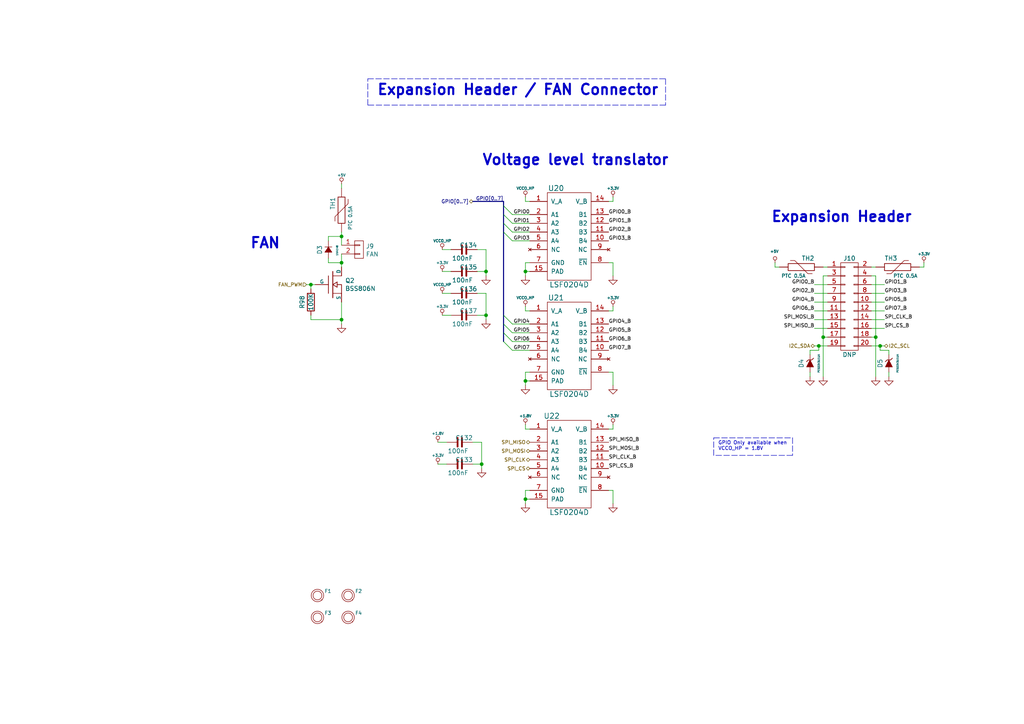
<source format=kicad_sch>
(kicad_sch (version 20231120) (generator "eeschema") (generator_version "8.0")
  (paper "A4")
  (title_block (title "CIAA-ACC Expansion Header (GPIO, SPI, I2C) / FAN Connector") (date "2019-08-28") (rev "V1.4") (company "COMPUTADORA INDUSTRIAL ABIERTA ARGENTINA. CIAA-ACC (HPC)") (comment 1 "Authors: See 'doc/CHANGES.txt' file.      License: See 'doc/LICENCIA_CIAA_ACC.txt' file."))
  (lib_symbols
    (symbol "CIAA_ACC:+1.8V" (power) (pin_names (offset 1.016))
      (property "Value" "+1.8V" (at 0 2.286 0))
      (symbol "+1.8V_0_0"
        (pin power_in line (at 0 0 90) (length 0) hide (name "+1.8V") (number "1"))
      )
      (symbol "+1.8V_0_1"
        (polyline (pts (xy 0 0) (xy 0 0.762) (xy 0 0.762) (xy 0 0.762)))
        (circle (center 0 1.27) (radius 0.508))
      )
    )
    (symbol "CIAA_ACC:+3.3V" (power) (pin_names (offset 1.016))
      (property "Value" "+3.3V" (at 0 2.286 0))
      (symbol "+3.3V_0_0"
        (pin power_in line (at 0 0 90) (length 0) hide (name "+3.3V") (number "1"))
      )
      (symbol "+3.3V_0_1"
        (polyline (pts (xy 0 0) (xy 0 0.762) (xy 0 0.762) (xy 0 0.762)))
        (circle (center 0 1.27) (radius 0.508))
      )
    )
    (symbol "CIAA_ACC:+5V" (power) (pin_names (offset 1.016))
      (property "Value" "+5V" (at 0 2.286 0))
      (symbol "+5V_0_0"
        (pin power_in line (at 0 0 90) (length 0) hide (name "+5V") (number "1"))
      )
      (symbol "+5V_0_1"
        (polyline (pts (xy 0 0) (xy 0 0.762) (xy 0 0.762) (xy 0 0.762)))
        (circle (center 0 1.27) (radius 0.508))
      )
    )
    (symbol "CIAA_ACC:C" (pin_numbers hide) (pin_names (offset 0.254))
      (property "Reference" "C" (at 0.635 2.54 0))
      (property "Value" "C" (at 0.635 -2.54 0))
      (symbol "C_0_1"
        (polyline (pts (xy -1.27 -0.635) (xy 1.27 -0.635)) (stroke (width 0.508)))
        (polyline (pts (xy -1.27 0.635) (xy 1.27 0.635)) (stroke (width 0.508)))
        (polyline (pts (xy 0 -1.016) (xy 0 -0.635)))
        (polyline (pts (xy 0 1.016) (xy 0 0.635)))
      )
      (symbol "C_1_1"
        (pin passive line (at 0 3.81 270) (length 2.794) (name "~") (number "1"))
        (pin passive line (at 0 -3.81 90) (length 2.794) (name "~") (number "2"))
      )
    )
    (symbol "CIAA_ACC:CONN_01X02" (pin_names (offset 1.016) hide)
      (property "Reference" "J" (at 0 3.81 0))
      (property "Value" "CONN_01X02" (at 2.54 0 90))
      (symbol "CONN_01X02_0_1"
        (rectangle (start -1.27 -1.143) (end 0.254 -1.397))
        (rectangle (start -1.27 1.397) (end 0.254 1.143))
        (rectangle (start -1.27 2.54) (end 1.27 -2.54))
      )
      (symbol "CONN_01X02_1_1"
        (pin passive line (at -5.08 1.27 0) (length 3.81) (name "P1") (number "1"))
        (pin passive line (at -5.08 -1.27 0) (length 3.81) (name "P2") (number "2"))
      )
    )
    (symbol "CIAA_ACC:CONN_02X10" (pin_names (offset 0.0254) hide)
      (property "Reference" "J" (at 0 13.97 0))
      (property "Value" "CONN_02X10" (at 0 0 90))
      (symbol "CONN_02X10_0_1"
        (rectangle (start -2.54 -11.303) (end -1.27 -11.557))
        (rectangle (start -2.54 -8.763) (end -1.27 -9.017))
        (rectangle (start -2.54 -6.223) (end -1.27 -6.477))
        (rectangle (start -2.54 -3.683) (end -1.27 -3.937))
        (rectangle (start -2.54 -1.143) (end -1.27 -1.397))
        (rectangle (start -2.54 1.397) (end -1.27 1.143))
        (rectangle (start -2.54 3.937) (end -1.27 3.683))
        (rectangle (start -2.54 6.477) (end -1.27 6.223))
        (rectangle (start -2.54 9.017) (end -1.27 8.763))
        (rectangle (start -2.54 11.557) (end -1.27 11.303))
        (rectangle (start -2.54 12.7) (end 2.54 -12.7))
        (rectangle (start 1.27 -11.303) (end 2.54 -11.557))
        (rectangle (start 1.27 -8.763) (end 2.54 -9.017))
        (rectangle (start 1.27 -6.223) (end 2.54 -6.477))
        (rectangle (start 1.27 -3.683) (end 2.54 -3.937))
        (rectangle (start 1.27 -1.143) (end 2.54 -1.397))
        (rectangle (start 1.27 1.397) (end 2.54 1.143))
        (rectangle (start 1.27 3.937) (end 2.54 3.683))
        (rectangle (start 1.27 6.477) (end 2.54 6.223))
        (rectangle (start 1.27 9.017) (end 2.54 8.763))
        (rectangle (start 1.27 11.557) (end 2.54 11.303))
      )
      (symbol "CONN_02X10_1_1"
        (pin passive line (at -6.35 11.43 0) (length 3.81) (name "P1") (number "1"))
        (pin passive line (at 6.35 1.27 180) (length 3.81) (name "P10") (number "10"))
        (pin passive line (at -6.35 -1.27 0) (length 3.81) (name "P11") (number "11"))
        (pin passive line (at 6.35 -1.27 180) (length 3.81) (name "P12") (number "12"))
        (pin passive line (at -6.35 -3.81 0) (length 3.81) (name "P13") (number "13"))
        (pin passive line (at 6.35 -3.81 180) (length 3.81) (name "P14") (number "14"))
        (pin passive line (at -6.35 -6.35 0) (length 3.81) (name "P15") (number "15"))
        (pin passive line (at 6.35 -6.35 180) (length 3.81) (name "P16") (number "16"))
        (pin passive line (at -6.35 -8.89 0) (length 3.81) (name "P17") (number "17"))
        (pin passive line (at 6.35 -8.89 180) (length 3.81) (name "P18") (number "18"))
        (pin passive line (at -6.35 -11.43 0) (length 3.81) (name "P19") (number "19"))
        (pin passive line (at 6.35 11.43 180) (length 3.81) (name "P2") (number "2"))
        (pin passive line (at 6.35 -11.43 180) (length 3.81) (name "P20") (number "20"))
        (pin passive line (at -6.35 8.89 0) (length 3.81) (name "P3") (number "3"))
        (pin passive line (at 6.35 8.89 180) (length 3.81) (name "P4") (number "4"))
        (pin passive line (at -6.35 6.35 0) (length 3.81) (name "P5") (number "5"))
        (pin passive line (at 6.35 6.35 180) (length 3.81) (name "P6") (number "6"))
        (pin passive line (at -6.35 3.81 0) (length 3.81) (name "P7") (number "7"))
        (pin passive line (at 6.35 3.81 180) (length 3.81) (name "P8") (number "8"))
        (pin passive line (at -6.35 1.27 0) (length 3.81) (name "P9") (number "9"))
      )
    )
    (symbol "CIAA_ACC:D" (pin_numbers hide) (pin_names (offset 0.254) hide)
      (property "Reference" "D" (at -1.27 2.032 0))
      (property "Value" "D" (at 0 -2.54 0))
      (symbol "D_0_1"
        (polyline (pts (xy -0.762 -1.016) (xy -0.762 1.016)))
        (polyline (pts (xy 0.762 -1.016) (xy -0.762 0) (xy 0.762 1.016) (xy 0.762 -1.016)) (fill (type outline)))
      )
      (symbol "D_1_1"
        (pin passive line (at 2.54 0 180) (length 1.778) (name "A") (number "1"))
        (pin passive line (at -2.54 0 0) (length 1.778) (name "K") (number "2"))
      )
    )
    (symbol "CIAA_ACC:FIDUCIAL" (pin_numbers hide) (pin_names (offset 0.762) hide)
      (property "Reference" "F" (at 2.032 1.27 0))
      (symbol "FIDUCIAL_0_1"
        (circle (center 0 0) (radius 1.27))
        (circle (center 0 0) (radius 1.8034))
        (circle (center 1.27 -1.27) (radius 0.0001))
      )
      (symbol "FIDUCIAL_1_1"
        (pin no_connect line (at 0 0 0) (length 0) hide (name "1") (number "1"))
      )
    )
    (symbol "CIAA_ACC:GND" (power) (pin_names (offset 0))
      (property "Value" "GND" (at 0 -3.81 0))
      (symbol "GND_0_1"
        (polyline (pts (xy 0 0) (xy 0 -1.27) (xy 1.27 -1.27) (xy 0 -2.54) (xy -1.27 -1.27) (xy 0 -1.27)))
      )
      (symbol "GND_1_1"
        (pin power_in line (at 0 0 270) (length 0) hide (name "GND") (number "1"))
      )
    )
    (symbol "CIAA_ACC:LSF0204D" (pin_names (offset 1.016))
      (property "Reference" "U" (at -3.81 7.62 0))
      (property "Value" "LSF0204D" (at 0 -20.32 0))
      (symbol "LSF0204D_0_1"
        (rectangle (start -6.35 6.35) (end 6.35 -19.05))
      )
      (symbol "LSF0204D_1_1"
        (pin power_in line (at -11.43 3.81 0) (length 5.08) (name "V_A") (number "1"))
        (pin bidirectional line (at 11.43 -7.62 180) (length 5.08) (name "B4") (number "10"))
        (pin bidirectional line (at 11.43 -5.08 180) (length 5.08) (name "B3") (number "11"))
        (pin bidirectional line (at 11.43 -2.54 180) (length 5.08) (name "B2") (number "12"))
        (pin bidirectional line (at 11.43 0 180) (length 5.08) (name "B1") (number "13"))
        (pin power_in line (at 11.43 3.81 180) (length 5.08) (name "V_B") (number "14"))
        (pin power_in line (at -11.43 -16.51 0) (length 5.08) (name "PAD") (number "15"))
        (pin bidirectional line (at -11.43 0 0) (length 5.08) (name "A1") (number "2"))
        (pin bidirectional line (at -11.43 -2.54 0) (length 5.08) (name "A2") (number "3"))
        (pin bidirectional line (at -11.43 -5.08 0) (length 5.08) (name "A3") (number "4"))
        (pin bidirectional line (at -11.43 -7.62 0) (length 5.08) (name "A4") (number "5"))
        (pin no_connect line (at -11.43 -10.16 0) (length 5.08) (name "NC") (number "6"))
        (pin power_in line (at -11.43 -13.97 0) (length 5.08) (name "GND") (number "7"))
        (pin bidirectional line (at 11.43 -13.97 180) (length 5.08) (name "~{EN}") (number "8"))
        (pin no_connect line (at 11.43 -10.16 180) (length 5.08) (name "NC") (number "9"))
      )
    )
    (symbol "CIAA_ACC:MOSFET_N" (pin_numbers hide) (pin_names (offset 0))
      (property "Reference" "Q" (at 0.254 4.318 0))
      (property "Value" "MOSFET_N" (at 0.254 -3.81 0))
      (symbol "MOSFET_N_0_1"
        (polyline (pts (xy -1.27 -2.54) (xy -1.27 2.54)) (stroke (width 0.2032)))
        (polyline (pts (xy 0 -3.81) (xy 0 3.81)) (stroke (width 0.254)))
        (polyline (pts (xy 2.54 -2.54) (xy 0 -2.54)))
        (polyline (pts (xy 2.54 2.54) (xy 0 2.54)))
        (polyline (pts (xy 2.54 -2.54) (xy 2.54 0) (xy 1.27 0)) (stroke (width 0.2032)))
        (polyline (pts (xy 1.27 0.762) (xy 1.27 -0.762) (xy 0 0) (xy 1.27 0.762) (xy 1.27 0.762)) (stroke (width 0.2032)))
      )
      (symbol "MOSFET_N_1_1"
        (pin passive line (at -5.08 0 0) (length 3.81) (name "G") (number "1"))
        (pin passive line (at 2.54 -5.08 90) (length 2.54) (name "S") (number "2"))
        (pin passive line (at 2.54 5.08 270) (length 2.54) (name "D") (number "3"))
      )
    )
    (symbol "CIAA_ACC:R" (pin_numbers hide) (pin_names (offset 0))
      (property "Reference" "R" (at 2.032 0 90))
      (property "Value" "R" (at 0 0 90))
      (symbol "R_0_1"
        (rectangle (start -1.016 -2.54) (end 1.016 2.54) (stroke (width 0.254)))
      )
      (symbol "R_1_1"
        (pin passive line (at 0 3.81 270) (length 1.27) (name "~") (number "1"))
        (pin passive line (at 0 -3.81 90) (length 1.27) (name "~") (number "2"))
      )
    )
    (symbol "CIAA_ACC:THERMISTOR" (pin_numbers hide) (pin_names (offset 0))
      (property "Reference" "TH" (at 2.54 1.27 90))
      (property "Value" "THERMISTOR" (at -2.54 0 90))
      (symbol "THERMISTOR_0_1"
        (rectangle (start -1.016 3.81) (end 1.016 -3.81) (stroke (width 0.2032)))
        (polyline (pts (xy -1.905 3.175) (xy -1.905 1.905) (xy 1.905 -1.905) (xy 1.905 -3.175) (xy 1.905 -3.175)))
      )
      (symbol "THERMISTOR_1_1"
        (pin passive line (at 0 6.35 270) (length 2.54) (name "~") (number "1"))
        (pin passive line (at 0 -6.35 90) (length 2.54) (name "~") (number "2"))
      )
    )
    (symbol "CIAA_ACC:VCCO_HP" (power) (pin_names (offset 1.016))
      (property "Value" "VCCO_HP" (at 0 2.286 0))
      (symbol "VCCO_HP_0_0"
        (pin power_in line (at 0 0 90) (length 0) hide (name "VCCO_HP") (number "1"))
      )
      (symbol "VCCO_HP_0_1"
        (polyline (pts (xy 0 0) (xy 0 0.762) (xy 0 0.762) (xy 0 0.762)))
        (circle (center 0 1.27) (radius 0.508))
      )
    )
    (symbol "CIAA_ACC:ZENER" (pin_numbers hide) (pin_names (offset 1.016) hide)
      (property "Reference" "D" (at 0 2.54 0))
      (property "Value" "ZENER" (at 0 -2.54 0))
      (symbol "ZENER_0_1"
        (polyline (pts (xy -1.524 1.016) (xy -1.016 0.508) (xy -1.016 -0.508) (xy -0.508 -1.016)) (stroke (width 0.2032)))
        (polyline (pts (xy 1.016 1.016) (xy -1.016 0) (xy 1.016 -1.016) (xy 1.016 1.016)) (fill (type outline)))
      )
      (symbol "ZENER_1_1"
        (pin passive line (at 2.54 0 180) (length 1.524) (name "A") (number "1"))
        (pin passive line (at -2.54 0 0) (length 1.524) (name "K") (number "2"))
      )
    )
  )
  (junction (at 254 97.79))
  (junction (at 139.7 134.62))
  (junction (at 237.49 100.33))
  (junction (at 152.4 78.74))
  (junction (at 99.06 68.58))
  (junction (at 140.97 78.74))
  (junction (at 99.06 92.71))
  (junction (at 152.4 144.78))
  (junction (at 255.27 100.33))
  (junction (at 238.76 97.79))
  (junction (at 99.06 76.2))
  (junction (at 90.17 82.55))
  (junction (at 152.4 110.49))
  (junction (at 140.97 91.44))
  (bus_entry (at 146.05 99.06) (size 2.54 2.54))
  (bus_entry (at 146.05 91.44) (size 2.54 2.54))
  (bus_entry (at 146.05 93.98) (size 2.54 2.54))
  (bus_entry (at 146.05 67.31) (size 2.54 2.54))
  (bus_entry (at 146.05 59.69) (size 2.54 2.54))
  (bus_entry (at 146.05 64.77) (size 2.54 2.54))
  (bus_entry (at 146.05 62.23) (size 2.54 2.54))
  (bus_entry (at 146.05 96.52) (size 2.54 2.54))
  (polyline (pts (xy 106.68 30.48) (xy 106.68 22.86)) (stroke (width 0) (type dash)))
  (bus (pts (xy 146.05 59.69) (xy 146.05 62.23)))
  (wire (pts (xy 176.53 124.46) (xy 177.8 124.46)))
  (wire (pts (xy 152.4 142.24) (xy 153.67 142.24)))
  (wire (pts (xy 177.8 124.46) (xy 177.8 123.19)))
  (wire (pts (xy 177.8 111.76) (xy 177.8 107.95)))
  (wire (pts (xy 137.16 134.62) (xy 139.7 134.62)))
  (polyline (pts (xy 193.04 22.86) (xy 193.04 30.48)) (stroke (width 0) (type dash)))
  (wire (pts (xy 267.97 76.2) (xy 267.97 77.47)))
  (wire (pts (xy 238.76 97.79) (xy 238.76 109.22)))
  (wire (pts (xy 255.27 100.33) (xy 256.54 100.33)))
  (wire (pts (xy 129.54 134.62) (xy 127 134.62)))
  (bus (pts (xy 146.05 91.44) (xy 146.05 93.98)))
  (wire (pts (xy 152.4 57.15) (xy 152.4 58.42)))
  (wire (pts (xy 234.95 109.22) (xy 234.95 107.95)))
  (wire (pts (xy 153.67 110.49) (xy 152.4 110.49)))
  (wire (pts (xy 238.76 80.01) (xy 238.76 97.79)))
  (wire (pts (xy 237.49 100.33) (xy 240.03 100.33)))
  (polyline (pts (xy 207.01 127) (xy 229.87 127)) (stroke (width 0) (type dash)))
  (bus (pts (xy 146.05 62.23) (xy 146.05 64.77)))
  (wire (pts (xy 95.25 68.58) (xy 95.25 69.85)))
  (bus (pts (xy 146.05 67.31) (xy 146.05 91.44)))
  (wire (pts (xy 140.97 78.74) (xy 140.97 80.01)))
  (wire (pts (xy 138.43 91.44) (xy 140.97 91.44)))
  (wire (pts (xy 88.9 82.55) (xy 90.17 82.55)))
  (wire (pts (xy 153.67 144.78) (xy 152.4 144.78)))
  (wire (pts (xy 139.7 134.62) (xy 139.7 135.89)))
  (wire (pts (xy 252.73 97.79) (xy 254 97.79)))
  (bus (pts (xy 146.05 93.98) (xy 146.05 96.52)))
  (wire (pts (xy 99.06 53.34) (xy 99.06 54.61)))
  (wire (pts (xy 99.06 67.31) (xy 99.06 68.58)))
  (wire (pts (xy 255.27 101.6) (xy 255.27 100.33)))
  (wire (pts (xy 254 80.01) (xy 252.73 80.01)))
  (wire (pts (xy 130.81 85.09) (xy 128.27 85.09)))
  (wire (pts (xy 252.73 87.63) (xy 256.54 87.63)))
  (wire (pts (xy 240.03 77.47) (xy 238.76 77.47)))
  (wire (pts (xy 252.73 95.25) (xy 256.54 95.25)))
  (wire (pts (xy 129.54 128.27) (xy 127 128.27)))
  (wire (pts (xy 153.67 96.52) (xy 148.59 96.52)))
  (wire (pts (xy 153.67 62.23) (xy 148.59 62.23)))
  (wire (pts (xy 152.4 58.42) (xy 153.67 58.42)))
  (bus (pts (xy 146.05 96.52) (xy 146.05 99.06)))
  (wire (pts (xy 152.4 88.9) (xy 152.4 90.17)))
  (wire (pts (xy 153.67 93.98) (xy 148.59 93.98)))
  (wire (pts (xy 130.81 91.44) (xy 128.27 91.44)))
  (wire (pts (xy 176.53 58.42) (xy 177.8 58.42)))
  (wire (pts (xy 152.4 90.17) (xy 153.67 90.17)))
  (wire (pts (xy 177.8 107.95) (xy 176.53 107.95)))
  (wire (pts (xy 234.95 101.6) (xy 237.49 101.6)))
  (wire (pts (xy 252.73 92.71) (xy 256.54 92.71)))
  (wire (pts (xy 152.4 110.49) (xy 152.4 111.76)))
  (wire (pts (xy 130.81 78.74) (xy 128.27 78.74)))
  (polyline (pts (xy 207.01 132.08) (xy 207.01 127)) (stroke (width 0) (type dash)))
  (wire (pts (xy 153.67 124.46) (xy 152.4 124.46)))
  (wire (pts (xy 267.97 77.47) (xy 266.7 77.47)))
  (wire (pts (xy 254 77.47) (xy 252.73 77.47)))
  (wire (pts (xy 254 97.79) (xy 254 109.22)))
  (wire (pts (xy 240.03 97.79) (xy 238.76 97.79)))
  (wire (pts (xy 240.03 80.01) (xy 238.76 80.01)))
  (wire (pts (xy 152.4 76.2) (xy 152.4 78.74)))
  (wire (pts (xy 138.43 72.39) (xy 140.97 72.39)))
  (wire (pts (xy 236.22 95.25) (xy 240.03 95.25)))
  (wire (pts (xy 153.67 99.06) (xy 148.59 99.06)))
  (wire (pts (xy 177.8 76.2) (xy 177.8 80.01)))
  (wire (pts (xy 90.17 91.44) (xy 90.17 92.71)))
  (wire (pts (xy 140.97 85.09) (xy 140.97 91.44)))
  (wire (pts (xy 90.17 92.71) (xy 99.06 92.71)))
  (wire (pts (xy 177.8 142.24) (xy 176.53 142.24)))
  (wire (pts (xy 177.8 58.42) (xy 177.8 57.15)))
  (wire (pts (xy 99.06 87.63) (xy 99.06 92.71)))
  (wire (pts (xy 176.53 90.17) (xy 177.8 90.17)))
  (wire (pts (xy 152.4 107.95) (xy 153.67 107.95)))
  (wire (pts (xy 257.81 109.22) (xy 257.81 107.95)))
  (wire (pts (xy 90.17 83.82) (xy 90.17 82.55)))
  (wire (pts (xy 95.25 74.93) (xy 95.25 76.2)))
  (wire (pts (xy 257.81 101.6) (xy 255.27 101.6)))
  (wire (pts (xy 138.43 78.74) (xy 140.97 78.74)))
  (wire (pts (xy 137.16 128.27) (xy 139.7 128.27)))
  (bus (pts (xy 146.05 64.77) (xy 146.05 67.31)))
  (wire (pts (xy 99.06 92.71) (xy 99.06 93.98)))
  (wire (pts (xy 152.4 78.74) (xy 152.4 80.01)))
  (wire (pts (xy 252.73 100.33) (xy 255.27 100.33)))
  (wire (pts (xy 224.79 77.47) (xy 226.06 77.47)))
  (wire (pts (xy 95.25 76.2) (xy 99.06 76.2)))
  (wire (pts (xy 90.17 82.55) (xy 91.44 82.55)))
  (wire (pts (xy 153.67 69.85) (xy 148.59 69.85)))
  (wire (pts (xy 99.06 76.2) (xy 99.06 77.47)))
  (polyline (pts (xy 229.87 132.08) (xy 207.01 132.08)) (stroke (width 0) (type dash)))
  (polyline (pts (xy 193.04 30.48) (xy 106.68 30.48)) (stroke (width 0) (type dash)))
  (wire (pts (xy 236.22 90.17) (xy 240.03 90.17)))
  (wire (pts (xy 153.67 101.6) (xy 148.59 101.6)))
  (wire (pts (xy 153.67 78.74) (xy 152.4 78.74)))
  (wire (pts (xy 236.22 85.09) (xy 240.03 85.09)))
  (wire (pts (xy 152.4 144.78) (xy 152.4 146.05)))
  (wire (pts (xy 99.06 73.66) (xy 99.06 76.2)))
  (wire (pts (xy 252.73 82.55) (xy 256.54 82.55)))
  (wire (pts (xy 153.67 76.2) (xy 152.4 76.2)))
  (wire (pts (xy 236.22 100.33) (xy 237.49 100.33)))
  (wire (pts (xy 140.97 72.39) (xy 140.97 78.74)))
  (wire (pts (xy 257.81 102.87) (xy 257.81 101.6)))
  (wire (pts (xy 224.79 76.2) (xy 224.79 77.47)))
  (wire (pts (xy 152.4 107.95) (xy 152.4 110.49)))
  (polyline (pts (xy 106.68 22.86) (xy 193.04 22.86)) (stroke (width 0) (type dash)))
  (wire (pts (xy 130.81 72.39) (xy 128.27 72.39)))
  (wire (pts (xy 176.53 76.2) (xy 177.8 76.2)))
  (wire (pts (xy 252.73 85.09) (xy 256.54 85.09)))
  (wire (pts (xy 99.06 68.58) (xy 99.06 71.12)))
  (wire (pts (xy 177.8 146.05) (xy 177.8 142.24)))
  (wire (pts (xy 237.49 101.6) (xy 237.49 100.33)))
  (bus (pts (xy 146.05 58.42) (xy 146.05 59.69)))
  (wire (pts (xy 252.73 90.17) (xy 256.54 90.17)))
  (wire (pts (xy 152.4 124.46) (xy 152.4 123.19)))
  (wire (pts (xy 236.22 87.63) (xy 240.03 87.63)))
  (wire (pts (xy 234.95 102.87) (xy 234.95 101.6)))
  (polyline (pts (xy 229.87 127) (xy 229.87 132.08)) (stroke (width 0) (type dash)))
  (wire (pts (xy 236.22 92.71) (xy 240.03 92.71)))
  (wire (pts (xy 140.97 91.44) (xy 140.97 92.71)))
  (wire (pts (xy 138.43 85.09) (xy 140.97 85.09)))
  (wire (pts (xy 153.67 67.31) (xy 148.59 67.31)))
  (wire (pts (xy 139.7 128.27) (xy 139.7 134.62)))
  (wire (pts (xy 153.67 64.77) (xy 148.59 64.77)))
  (wire (pts (xy 99.06 68.58) (xy 95.25 68.58)))
  (wire (pts (xy 152.4 142.24) (xy 152.4 144.78)))
  (bus (pts (xy 146.05 58.42) (xy 137.16 58.42)))
  (wire (pts (xy 177.8 90.17) (xy 177.8 88.9)))
  (wire (pts (xy 236.22 82.55) (xy 240.03 82.55)))
  (wire (pts (xy 254 80.01) (xy 254 97.79)))
  (text "Expansion Header / FAN Connector" (at 109.22 27.94 0) (effects (font (size 2.9972 2.9972) (thickness 0.5994) (bold yes)) (justify left bottom)))
  (text "GPIO Only available when\nVCCO_HP = 1.8V" (at 208.28 130.81 0) (effects (font (size 1.016 1.016)) (justify left bottom)))
  (text "FAN" (at 72.39 72.39 0) (effects (font (size 2.9972 2.9972) (thickness 0.5994) (bold yes)) (justify left bottom)))
  (text "Voltage level translator" (at 139.7 48.26 0) (effects (font (size 2.9972 2.9972) (thickness 0.5994) (bold yes)) (justify left bottom)))
  (text "Expansion Header" (at 223.52 64.77 0) (effects (font (size 2.9972 2.9972) (thickness 0.5994) (bold yes)) (justify left bottom)))
  (label "SPI_CLK_B" (at 256.54 92.71 0) (effects (font (size 1.016 1.016))))
  (label "GPIO6" (at 153.67 99.06 180) (effects (font (size 1.016 1.016))))
  (label "GPIO3_B" (at 176.53 69.85 0) (effects (font (size 1.016 1.016))))
  (label "SPI_MOSI_B" (at 236.22 92.71 180) (effects (font (size 1.016 1.016))))
  (label "GPIO5" (at 153.67 96.52 180) (effects (font (size 1.016 1.016))))
  (label "GPIO0_B" (at 236.22 82.55 180) (effects (font (size 1.016 1.016))))
  (label "GPIO4_B" (at 236.22 87.63 180) (effects (font (size 1.016 1.016))))
  (label "GPIO0_B" (at 176.53 62.23 0) (effects (font (size 1.016 1.016))))
  (label "GPIO2" (at 153.67 67.31 180) (effects (font (size 1.016 1.016))))
  (label "GPIO7" (at 153.67 101.6 180) (effects (font (size 1.016 1.016))))
  (label "GPIO6_B" (at 236.22 90.17 180) (effects (font (size 1.016 1.016))))
  (label "SPI_MOSI_B" (at 176.53 130.81 0) (effects (font (size 1.016 1.016))))
  (label "GPIO4_B" (at 176.53 93.98 0) (effects (font (size 1.016 1.016))))
  (label "SPI_MISO_B" (at 176.53 128.27 0) (effects (font (size 1.016 1.016))))
  (label "GPIO6_B" (at 176.53 99.06 0) (effects (font (size 1.016 1.016))))
  (label "GPIO2_B" (at 236.22 85.09 180) (effects (font (size 1.016 1.016))))
  (label "SPI_CS_B" (at 176.53 135.89 0) (effects (font (size 1.016 1.016))))
  (label "GPIO3_B" (at 256.54 85.09 0) (effects (font (size 1.016 1.016))))
  (label "GPIO7_B" (at 256.54 90.17 0) (effects (font (size 1.016 1.016))))
  (label "GPIO4" (at 153.67 93.98 180) (effects (font (size 1.016 1.016))))
  (label "GPIO1_B" (at 256.54 82.55 0) (effects (font (size 1.016 1.016))))
  (label "GPIO1" (at 153.67 64.77 180) (effects (font (size 1.016 1.016))))
  (label "SPI_CLK_B" (at 176.53 133.35 0) (effects (font (size 1.016 1.016))))
  (label "GPIO7_B" (at 176.53 101.6 0) (effects (font (size 1.016 1.016))))
  (label "GPIO3" (at 153.67 69.85 180) (effects (font (size 1.016 1.016))))
  (label "SPI_CS_B" (at 256.54 95.25 0) (effects (font (size 1.016 1.016))))
  (label "GPIO1_B" (at 176.53 64.77 0) (effects (font (size 1.016 1.016))))
  (label "GPIO5_B" (at 176.53 96.52 0) (effects (font (size 1.016 1.016))))
  (label "GPIO2_B" (at 176.53 67.31 0) (effects (font (size 1.016 1.016))))
  (label "SPI_MISO_B" (at 236.22 95.25 180) (effects (font (size 1.016 1.016))))
  (label "GPIO[0..7]" (at 146.05 58.42 180) (effects (font (size 1.016 1.016))))
  (label "GPIO5_B" (at 256.54 87.63 0) (effects (font (size 1.016 1.016))))
  (label "GPIO0" (at 153.67 62.23 180) (effects (font (size 1.016 1.016))))
  (hierarchical_label "FAN_PWM" (shape input) (at 88.9 82.55 180) (effects (font (size 1.016 1.016))))
  (hierarchical_label "I2C_SCL" (shape bidirectional) (at 256.54 100.33 0) (effects (font (size 1.016 1.016))))
  (hierarchical_label "SPI_CLK" (shape bidirectional) (at 153.67 133.35 180) (effects (font (size 1.016 1.016))))
  (hierarchical_label "GPIO[0..7]" (shape bidirectional) (at 137.16 58.42 180) (effects (font (size 1.016 1.016))))
  (hierarchical_label "SPI_MOSI" (shape bidirectional) (at 153.67 130.81 180) (effects (font (size 1.016 1.016))))
  (hierarchical_label "SPI_MISO" (shape bidirectional) (at 153.67 128.27 180) (effects (font (size 1.016 1.016))))
  (hierarchical_label "I2C_SDA" (shape bidirectional) (at 236.22 100.33 180) (effects (font (size 1.016 1.016))))
  (hierarchical_label "SPI_CS" (shape bidirectional) (at 153.67 135.89 180) (effects (font (size 1.016 1.016))))
  (symbol (lib_id "CIAA_ACC:LSF0204D") (at 165.1 128.27 0) (unit 1)
    (property "Reference" "U22" (at 160.02 120.65 0) (effects (font (size 1.524 1.524))))
    (property "Value" "LSF0204D" (at 165.1 148.59 0) (effects (font (size 1.524 1.524))))
    (property "Footprint" "dfn-qfn:LSF0204D" (effects (hide yes)))
    (property "Description" "IC LEVEL TRANSLATOR 4BIT 14VQFN" (effects (hide yes)))
    (property "Manf" "Texas Instruments" (effects (hide yes)))
    (property "Manf#" "LSF0204DRGYR" (effects (hide yes)))
    (property "Digikey#" "296-40401-1-ND" (effects (hide yes)))
  )
  (symbol (lib_id "CIAA_ACC:THERMISTOR") (at 232.41 77.47 90) (mirror x) (unit 1)
    (property "Reference" "TH2" (at 236.22 74.93 90) (effects (justify left)))
    (property "Value" "PTC 0.5A" (at 233.68 80.01 90) (effects (font (size 1.016 1.016)) (justify left)))
    (property "Footprint" "misc:ptc_1210" (effects (hide yes)))
    (property "Description" "PTC RESTTBLE 0.50A 16V CHIP 1210" (effects (hide yes)))
    (property "Manf" "Bel Fuse" (effects (hide yes)))
    (property "Manf#" "0ZCH0050FF2G" (effects (hide yes)))
    (property "Digikey#" "507-1786-1-ND" (effects (hide yes)))
  )
  (symbol (lib_id "CIAA_ACC:ZENER") (at 234.95 105.41 270) (unit 1)
    (property "Reference" "D4" (at 232.41 105.41 0))
    (property "Value" "PESD3V3U1UA" (at 237.49 105.41 0) (effects (font (size 0.508 0.508))))
    (property "Footprint" "to-sod-sot:SOD-323" (effects (hide yes)))
    (property "Description" "TVS DIODE 3.3VWM SOD323" (effects (hide yes)))
    (property "Manf" "NXP" (effects (hide yes)))
    (property "Manf#" "PESD3V3U1UA,115" (effects (hide yes)))
    (property "Digikey#" "568-4667-1-ND" (effects (hide yes)))
  )
  (symbol (lib_id "CIAA_ACC:ZENER") (at 257.81 105.41 270) (unit 1)
    (property "Reference" "D5" (at 255.27 105.41 0))
    (property "Value" "PESD3V3U1UA" (at 260.35 105.41 0) (effects (font (size 0.508 0.508))))
    (property "Footprint" "to-sod-sot:SOD-323" (effects (hide yes)))
    (property "Description" "TVS DIODE 3.3VWM SOD323" (effects (hide yes)))
    (property "Manf" "NXP" (effects (hide yes)))
    (property "Manf#" "PESD3V3U1UA,115" (effects (hide yes)))
    (property "Digikey#" "568-4667-1-ND" (effects (hide yes)))
  )
  (symbol (lib_id "CIAA_ACC:GND") (at 257.81 109.22 0) (unit 1)
    (property "Reference" "#PWR0261" (effects (hide yes)))
    (property "Value" "GND" (effects (hide yes)))
  )
  (symbol (lib_id "CIAA_ACC:GND") (at 234.95 109.22 0) (unit 1)
    (property "Reference" "#PWR0262" (effects (hide yes)))
    (property "Value" "GND" (effects (hide yes)))
  )
  (symbol (lib_id "CIAA_ACC:LSF0204D") (at 165.1 62.23 0) (unit 1)
    (property "Reference" "U20" (at 161.29 54.61 0) (effects (font (size 1.524 1.524))))
    (property "Value" "LSF0204D" (at 165.1 82.55 0) (effects (font (size 1.524 1.524))))
    (property "Footprint" "dfn-qfn:LSF0204D" (effects (hide yes)))
    (property "Description" "IC LEVEL TRANSLATOR 4BIT 14VQFN" (effects (hide yes)))
    (property "Manf" "Texas Instruments" (effects (hide yes)))
    (property "Manf#" "LSF0204DRGYR" (effects (hide yes)))
    (property "Digikey#" "296-40401-1-ND" (effects (hide yes)))
  )
  (symbol (lib_id "CIAA_ACC:LSF0204D") (at 165.1 93.98 0) (unit 1)
    (property "Reference" "U21" (at 161.29 86.36 0) (effects (font (size 1.524 1.524))))
    (property "Value" "LSF0204D" (at 165.1 114.3 0) (effects (font (size 1.524 1.524))))
    (property "Footprint" "dfn-qfn:LSF0204D" (effects (hide yes)))
    (property "Description" "IC LEVEL TRANSLATOR 4BIT 14VQFN" (effects (hide yes)))
    (property "Manf" "Texas Instruments" (effects (hide yes)))
    (property "Manf#" "LSF0204DRGYR" (effects (hide yes)))
    (property "Digikey#" "296-40401-1-ND" (effects (hide yes)))
  )
  (symbol (lib_id "CIAA_ACC:GND") (at 152.4 80.01 0) (unit 1)
    (property "Reference" "#PWR0247" (effects (hide yes)))
    (property "Value" "GND" (effects (hide yes)))
  )
  (symbol (lib_id "CIAA_ACC:GND") (at 177.8 80.01 0) (unit 1)
    (property "Reference" "#PWR0248" (effects (hide yes)))
    (property "Value" "GND" (effects (hide yes)))
  )
  (symbol (lib_id "CIAA_ACC:GND") (at 152.4 111.76 0) (unit 1)
    (property "Reference" "#PWR0249" (effects (hide yes)))
    (property "Value" "GND" (effects (hide yes)))
  )
  (symbol (lib_id "CIAA_ACC:GND") (at 177.8 111.76 0) (unit 1)
    (property "Reference" "#PWR0250" (effects (hide yes)))
    (property "Value" "GND" (effects (hide yes)))
  )
  (symbol (lib_id "CIAA_ACC:+3.3V") (at 177.8 57.15 0) (unit 1)
    (property "Reference" "#PWR0251" (effects (hide yes)))
    (property "Value" "+3.3V" (at 177.8 54.61 0) (effects (font (size 0.762 0.762))))
  )
  (symbol (lib_id "CIAA_ACC:+3.3V") (at 177.8 88.9 0) (unit 1)
    (property "Reference" "#PWR0252" (effects (hide yes)))
    (property "Value" "+3.3V" (at 177.8 86.36 0) (effects (font (size 0.762 0.762))))
  )
  (symbol (lib_id "CIAA_ACC:+3.3V") (at 128.27 78.74 0) (unit 1)
    (property "Reference" "#PWR0253" (effects (hide yes)))
    (property "Value" "+3.3V" (at 128.27 76.2 0) (effects (font (size 0.762 0.762))))
  )
  (symbol (lib_id "CIAA_ACC:GND") (at 140.97 80.01 0) (unit 1)
    (property "Reference" "#PWR0254" (effects (hide yes)))
    (property "Value" "GND" (effects (hide yes)))
  )
  (symbol (lib_id "CIAA_ACC:C") (at 134.62 72.39 90) (unit 1)
    (property "Reference" "C134" (at 138.43 71.12 90) (effects (justify left)))
    (property "Value" "100nF" (at 137.16 74.93 90) (effects (justify left)))
    (property "Footprint" "chip_rlc:c_0201" (effects (hide yes)))
    (property "Description" "CAP CER 0.1UF 10V X5R 0201" (effects (hide yes)))
    (property "Manf" "Murata" (effects (hide yes)))
    (property "Manf#" "GRM033R61A104ME15D" (effects (hide yes)))
    (property "Digikey#" "490-5405-1-ND" (effects (hide yes)))
  )
  (symbol (lib_id "CIAA_ACC:C") (at 134.62 78.74 90) (unit 1)
    (property "Reference" "C135" (at 138.43 77.47 90) (effects (justify left)))
    (property "Value" "100nF" (at 137.16 81.28 90) (effects (justify left)))
    (property "Footprint" "chip_rlc:c_0201" (effects (hide yes)))
    (property "Description" "CAP CER 0.1UF 10V X5R 0201" (effects (hide yes)))
    (property "Manf" "Murata" (effects (hide yes)))
    (property "Manf#" "GRM033R61A104ME15D" (effects (hide yes)))
    (property "Digikey#" "490-5405-1-ND" (effects (hide yes)))
  )
  (symbol (lib_id "CIAA_ACC:+3.3V") (at 128.27 91.44 0) (unit 1)
    (property "Reference" "#PWR0255" (effects (hide yes)))
    (property "Value" "+3.3V" (at 128.27 88.9 0) (effects (font (size 0.762 0.762))))
  )
  (symbol (lib_id "CIAA_ACC:GND") (at 140.97 92.71 0) (unit 1)
    (property "Reference" "#PWR0256" (effects (hide yes)))
    (property "Value" "GND" (effects (hide yes)))
  )
  (symbol (lib_id "CIAA_ACC:C") (at 134.62 85.09 90) (unit 1)
    (property "Reference" "C136" (at 138.43 83.82 90) (effects (justify left)))
    (property "Value" "100nF" (at 137.16 87.63 90) (effects (justify left)))
    (property "Footprint" "chip_rlc:c_0201" (effects (hide yes)))
    (property "Description" "CAP CER 0.1UF 10V X5R 0201" (effects (hide yes)))
    (property "Manf" "Murata" (effects (hide yes)))
    (property "Manf#" "GRM033R61A104ME15D" (effects (hide yes)))
    (property "Digikey#" "490-5405-1-ND" (effects (hide yes)))
  )
  (symbol (lib_id "CIAA_ACC:C") (at 134.62 91.44 90) (unit 1)
    (property "Reference" "C137" (at 138.43 90.17 90) (effects (justify left)))
    (property "Value" "100nF" (at 137.16 93.98 90) (effects (justify left)))
    (property "Footprint" "chip_rlc:c_0201" (effects (hide yes)))
    (property "Description" "CAP CER 0.1UF 10V X5R 0201" (effects (hide yes)))
    (property "Manf" "Murata" (effects (hide yes)))
    (property "Manf#" "GRM033R61A104ME15D" (effects (hide yes)))
    (property "Digikey#" "490-5405-1-ND" (effects (hide yes)))
  )
  (symbol (lib_id "CIAA_ACC:CONN_02X10") (at 246.38 88.9 0) (unit 1)
    (property "Reference" "J10" (at 246.38 74.93 0))
    (property "Value" "DNP" (at 246.38 102.87 0))
    (property "Footprint" "conn:Pin_Header_Straight_2x10_SMD" (effects (hide yes)))
    (property "Description" "20 Positions Header, Unshrouded, Breakaway Connector 0.100\" (2.54mm) Surface Mount Gold" (effects (hide yes)))
    (property "Manf" "Harwin" (effects (hide yes)))
    (property "Manf#" "M20-8761042" (effects (hide yes)))
    (property "Digikey#" "952-2550-ND" (effects (hide yes)))
  )
  (symbol (lib_id "CIAA_ACC:+5V") (at 224.79 76.2 0) (unit 1)
    (property "Reference" "#PWR0257" (effects (hide yes)))
    (property "Value" "+5V" (at 224.6122 72.9234 0) (effects (font (size 0.762 0.762))))
  )
  (symbol (lib_id "CIAA_ACC:+3.3V") (at 267.97 76.2 0) (unit 1)
    (property "Reference" "#PWR0258" (effects (hide yes)))
    (property "Value" "+3.3V" (at 267.97 73.66 0) (effects (font (size 0.762 0.762))))
  )
  (symbol (lib_id "CIAA_ACC:THERMISTOR") (at 260.35 77.47 270) (unit 1)
    (property "Reference" "TH3" (at 256.54 74.93 90) (effects (justify left)))
    (property "Value" "PTC 0.5A" (at 259.08 80.01 90) (effects (font (size 1.016 1.016)) (justify left)))
    (property "Footprint" "misc:ptc_1210" (effects (hide yes)))
    (property "Description" "PTC RESTTBLE 0.50A 16V CHIP 1210" (effects (hide yes)))
    (property "Manf" "Bel Fuse" (effects (hide yes)))
    (property "Manf#" "0ZCH0050FF2G" (effects (hide yes)))
    (property "Digikey#" "507-1786-1-ND" (effects (hide yes)))
  )
  (symbol (lib_id "CIAA_ACC:GND") (at 238.76 109.22 0) (unit 1)
    (property "Reference" "#PWR0259" (effects (hide yes)))
    (property "Value" "GND" (effects (hide yes)))
  )
  (symbol (lib_id "CIAA_ACC:GND") (at 254 109.22 0) (unit 1)
    (property "Reference" "#PWR0260" (effects (hide yes)))
    (property "Value" "GND" (effects (hide yes)))
  )
  (symbol (lib_id "CIAA_ACC:+3.3V") (at 127 134.62 0) (unit 1)
    (property "Reference" "#PWR0263" (effects (hide yes)))
    (property "Value" "+3.3V" (at 127 132.08 0) (effects (font (size 0.762 0.762))))
  )
  (symbol (lib_id "CIAA_ACC:GND") (at 139.7 135.89 0) (unit 1)
    (property "Reference" "#PWR0264" (effects (hide yes)))
    (property "Value" "GND" (effects (hide yes)))
  )
  (symbol (lib_id "CIAA_ACC:C") (at 133.35 128.27 90) (unit 1)
    (property "Reference" "C132" (at 137.16 127 90) (effects (justify left)))
    (property "Value" "100nF" (at 135.89 130.81 90) (effects (justify left)))
    (property "Footprint" "chip_rlc:c_0201" (effects (hide yes)))
    (property "Description" "CAP CER 0.1UF 10V X5R 0201" (effects (hide yes)))
    (property "Manf" "Murata" (effects (hide yes)))
    (property "Manf#" "GRM033R61A104ME15D" (effects (hide yes)))
    (property "Digikey#" "490-5405-1-ND" (effects (hide yes)))
  )
  (symbol (lib_id "CIAA_ACC:C") (at 133.35 134.62 90) (unit 1)
    (property "Reference" "C133" (at 137.16 133.35 90) (effects (justify left)))
    (property "Value" "100nF" (at 135.89 137.16 90) (effects (justify left)))
    (property "Footprint" "chip_rlc:c_0201" (effects (hide yes)))
    (property "Description" "CAP CER 0.1UF 10V X5R 0201" (effects (hide yes)))
    (property "Manf" "Murata" (effects (hide yes)))
    (property "Manf#" "GRM033R61A104ME15D" (effects (hide yes)))
    (property "Digikey#" "490-5405-1-ND" (effects (hide yes)))
  )
  (symbol (lib_id "CIAA_ACC:+3.3V") (at 177.8 123.19 0) (unit 1)
    (property "Reference" "#PWR0265" (effects (hide yes)))
    (property "Value" "+3.3V" (at 177.8 120.65 0) (effects (font (size 0.762 0.762))))
  )
  (symbol (lib_id "CIAA_ACC:GND") (at 152.4 146.05 0) (unit 1)
    (property "Reference" "#PWR0266" (effects (hide yes)))
    (property "Value" "GND" (effects (hide yes)))
  )
  (symbol (lib_id "CIAA_ACC:GND") (at 177.8 146.05 0) (unit 1)
    (property "Reference" "#PWR0267" (effects (hide yes)))
    (property "Value" "GND" (effects (hide yes)))
  )
  (symbol (lib_id "CIAA_ACC:CONN_01X02") (at 104.14 72.39 0) (unit 1)
    (property "Reference" "J9" (at 106.0958 71.4248 0) (effects (justify left)))
    (property "Value" "FAN" (at 106.0958 73.7362 0) (effects (justify left)))
    (property "Footprint" "conn:B2B-PH-SM4-TB" (effects (hide yes)))
    (property "Description" "2 Positions Header, Shrouded Connector 0.079\" (2.00mm) Surface Mount Tin" (effects (hide yes)))
    (property "Manf" "JST" (effects (hide yes)))
    (property "Manf#" "B2B-PH-SM4-TB(LF)(SN)" (effects (hide yes)))
    (property "Digikey#" "455-1734-1-ND" (effects (hide yes)))
  )
  (symbol (lib_id "CIAA_ACC:MOSFET_N") (at 96.52 82.55 0) (unit 1)
    (property "Reference" "Q2" (at 100.1014 81.3816 0) (effects (justify left)))
    (property "Value" "BSS806N" (at 100.1014 83.693 0) (effects (justify left)))
    (property "Footprint" "to-sod-sot:SOT-23" (effects (hide yes)))
    (property "Description" "MOSFET N-CH 20V 2.3A SOT23" (effects (hide yes)))
    (property "Manf" "Infineon" (effects (hide yes)))
    (property "Manf#" "BSS806N H6327" (effects (hide yes)))
    (property "Digikey#" "BSS806N H6327CT-ND" (effects (hide yes)))
  )
  (symbol (lib_id "CIAA_ACC:R") (at 90.17 87.63 0) (unit 1)
    (property "Reference" "R98" (at 87.63 87.63 90))
    (property "Value" "100K" (at 90.17 87.63 90))
    (property "Footprint" "chip_rlc:r_0402" (effects (hide yes)))
    (property "Description" "RES SMD 100K OHM 5% 1/16W 0402" (effects (hide yes)))
    (property "Manf" "Yageo" (effects (hide yes)))
    (property "Manf#" "RC0402JR-07100KL" (effects (hide yes)))
    (property "Digikey#" "311-100KJRCT-ND" (effects (hide yes)))
  )
  (symbol (lib_id "CIAA_ACC:GND") (at 99.06 93.98 0) (unit 1)
    (property "Reference" "#PWR0268" (effects (hide yes)))
    (property "Value" "GND" (effects (hide yes)))
  )
  (symbol (lib_id "CIAA_ACC:+5V") (at 99.06 53.34 0) (unit 1)
    (property "Reference" "#PWR0269" (effects (hide yes)))
    (property "Value" "+5V" (at 99.06 50.8 0) (effects (font (size 0.762 0.762))))
  )
  (symbol (lib_id "CIAA_ACC:THERMISTOR") (at 99.06 60.96 0) (mirror x) (unit 1)
    (property "Reference" "TH1" (at 96.52 57.15 90) (effects (justify left)))
    (property "Value" "PTC 0.5A" (at 101.6 59.69 90) (effects (font (size 1.016 1.016)) (justify left)))
    (property "Footprint" "misc:ptc_1210" (effects (hide yes)))
    (property "Description" "PTC RESTTBLE 0.50A 16V CHIP 1210" (effects (hide yes)))
    (property "Manf" "Bel Fuse" (effects (hide yes)))
    (property "Manf#" "0ZCH0050FF2G" (effects (hide yes)))
    (property "Digikey#" "507-1786-1-ND" (effects (hide yes)))
  )
  (symbol (lib_id "CIAA_ACC:+1.8V") (at 152.4 123.19 0) (unit 1)
    (property "Reference" "#PWR0270" (effects (hide yes)))
    (property "Value" "+1.8V" (at 152.4 120.65 0) (effects (font (size 0.762 0.762))))
  )
  (symbol (lib_id "CIAA_ACC:VCCO_HP") (at 152.4 57.15 0) (unit 1)
    (property "Reference" "#PWR0271" (effects (hide yes)))
    (property "Value" "VCCO_HP" (at 152.4 54.61 0) (effects (font (size 0.762 0.762))))
  )
  (symbol (lib_id "CIAA_ACC:VCCO_HP") (at 152.4 88.9 0) (unit 1)
    (property "Reference" "#PWR0272" (effects (hide yes)))
    (property "Value" "VCCO_HP" (at 152.4 86.36 0) (effects (font (size 0.762 0.762))))
  )
  (symbol (lib_id "CIAA_ACC:+1.8V") (at 127 128.27 0) (unit 1)
    (property "Reference" "#PWR0273" (effects (hide yes)))
    (property "Value" "+1.8V" (at 127 125.73 0) (effects (font (size 0.762 0.762))))
  )
  (symbol (lib_id "CIAA_ACC:VCCO_HP") (at 128.27 72.39 0) (unit 1)
    (property "Reference" "#PWR0274" (effects (hide yes)))
    (property "Value" "VCCO_HP" (at 128.27 69.85 0) (effects (font (size 0.762 0.762))))
  )
  (symbol (lib_id "CIAA_ACC:VCCO_HP") (at 128.27 85.09 0) (unit 1)
    (property "Reference" "#PWR0275" (effects (hide yes)))
    (property "Value" "VCCO_HP" (at 128.27 82.55 0) (effects (font (size 0.762 0.762))))
  )
  (symbol (lib_id "CIAA_ACC:FIDUCIAL") (at 92.075 172.72 0) (unit 1)
    (property "Reference" "F1" (at 94.107 171.45 0) (effects (font (size 1.016 1.016)) (justify left)))
    (property "Value" "FIDUCIAL" (effects (hide yes)))
    (property "Footprint" "misc:Fiducial_1mm" (effects (hide yes)))
    (property "Description" "Fiducial Top Layer" (effects (hide yes)))
    (property "Desc" "FIDUCIAL" (effects (hide yes)))
  )
  (symbol (lib_id "CIAA_ACC:FIDUCIAL") (at 100.965 172.72 0) (unit 1)
    (property "Reference" "F2" (at 102.997 171.45 0) (effects (font (size 1.016 1.016)) (justify left)))
    (property "Value" "FIDUCIAL" (effects (hide yes)))
    (property "Footprint" "misc:Fiducial_1mm" (effects (hide yes)))
    (property "Description" "Fiducial Top Layer" (effects (hide yes)))
    (property "Desc" "FIDUCIAL" (effects (hide yes)))
  )
  (symbol (lib_id "CIAA_ACC:FIDUCIAL") (at 92.075 179.07 0) (unit 1)
    (property "Reference" "F3" (at 94.107 177.8 0) (effects (font (size 1.016 1.016)) (justify left)))
    (property "Value" "FIDUCIAL" (effects (hide yes)))
    (property "Footprint" "misc:Fiducial_1mm" (effects (hide yes)))
    (property "Description" "Fiducial Top Layer" (effects (hide yes)))
    (property "Desc" "FIDUCIAL" (effects (hide yes)))
  )
  (symbol (lib_id "CIAA_ACC:FIDUCIAL") (at 100.965 179.07 0) (unit 1)
    (property "Reference" "F4" (at 102.997 177.8 0) (effects (font (size 1.016 1.016)) (justify left)))
    (property "Value" "FIDUCIAL" (effects (hide yes)))
    (property "Footprint" "misc:Fiducial_1mm" (effects (hide yes)))
    (property "Description" "Fiducial Top Layer" (effects (hide yes)))
    (property "Desc" "FIDUCIAL" (effects (hide yes)))
  )
  (symbol (lib_id "CIAA_ACC:D") (at 95.25 72.39 270) (unit 1)
    (property "Reference" "D3" (at 92.71 71.12 0) (effects (justify left)))
    (property "Value" "1N4148" (at 97.79 71.12 0) (effects (font (size 0.508 0.508)) (justify left)))
    (property "Footprint" "to-sod-sot:SOD-323" (effects (hide yes)))
    (property "Description" "DIODE GEN PURP 75V 150MA SOD323" (effects (hide yes)))
    (property "Manf" "Micro Commercial" (effects (hide yes)))
    (property "Manf#" " 1N4148WX-TP" (effects (hide yes)))
    (property "Digikey#" "1N4148WXTPMSCT-ND" (effects (hide yes)))
  )
)
</source>
